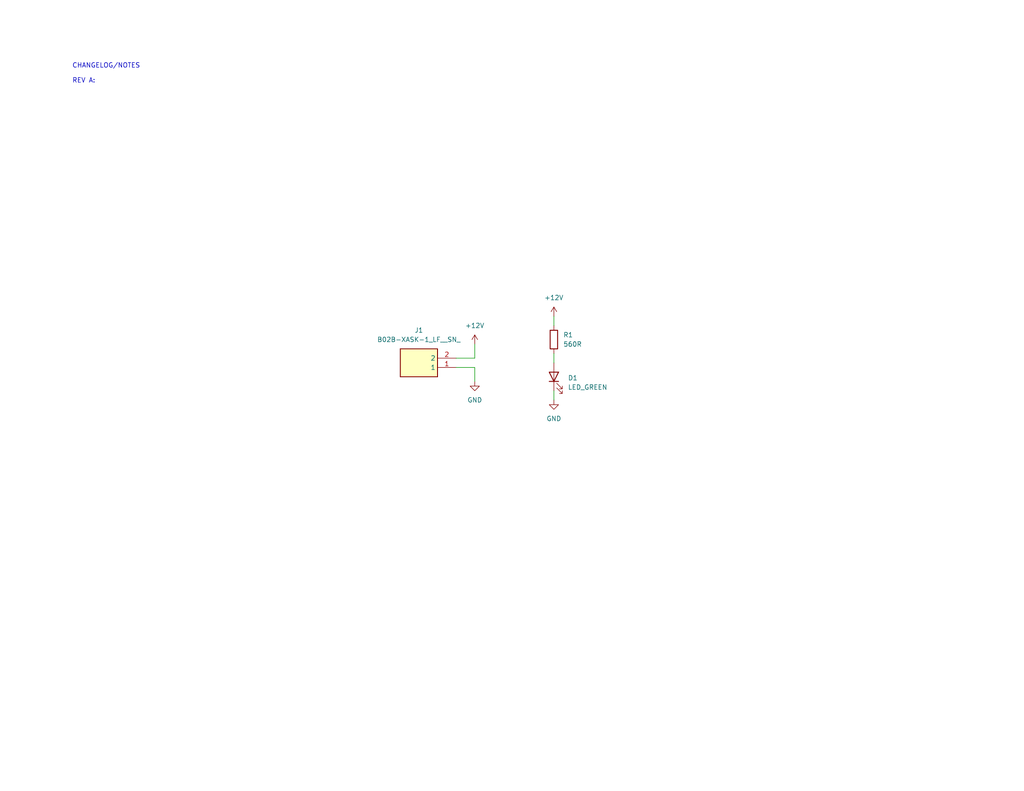
<source format=kicad_sch>
(kicad_sch (version 20230121) (generator eeschema)
  (paper "USLetter")
  (title_block (title "Main"))
  (lib_symbols
    (symbol "Device:LED" (pin_numbers hide) (pin_names (offset 1.016) hide)
      (property "Reference" "D" (at 0 2.54 0))
      (property "Value" "LED" (at 0 -2.54 0))
      (symbol "LED_0_1"
        (polyline (pts (xy -1.27 -1.27) (xy -1.27 1.27)) (stroke (width 0.254)))
        (polyline (pts (xy -1.27 0) (xy 1.27 0)))
        (polyline (pts (xy 1.27 -1.27) (xy 1.27 1.27) (xy -1.27 0) (xy 1.27 -1.27)) (stroke (width 0.254)))
        (polyline (pts (xy -3.048 -0.762) (xy -4.572 -2.286) (xy -3.81 -2.286) (xy -4.572 -2.286) (xy -4.572 -1.524)))
        (polyline (pts (xy -1.778 -0.762) (xy -3.302 -2.286) (xy -2.54 -2.286) (xy -3.302 -2.286) (xy -3.302 -1.524)))
      )
      (symbol "LED_1_1"
        (pin passive line (at -3.81 0 0) (length 2.54) (name "K") (number "1"))
        (pin passive line (at 3.81 0 180) (length 2.54) (name "A") (number "2"))
      )
    )
    (symbol "Device:R" (pin_numbers hide) (pin_names (offset 0))
      (property "Reference" "R" (at 2.032 0 90))
      (property "Value" "R" (at 0 0 90))
      (symbol "R_0_1"
        (rectangle (start -1.016 -2.54) (end 1.016 2.54) (stroke (width 0.254)))
      )
      (symbol "R_1_1"
        (pin passive line (at 0 3.81 270) (length 1.27) (name "~") (number "1"))
        (pin passive line (at 0 -3.81 90) (length 1.27) (name "~") (number "2"))
      )
    )
    (symbol "Lab_01_gjurgiel:B02B-XASK-1_LF__SN_"
      (property "Reference" "J" (at 16.51 7.62 0))
      (property "Value" "B02B-XASK-1_LF__SN_" (at 16.51 5.08 0))
      (symbol "B02B-XASK-1_LF__SN__1_1"
        (rectangle (start 5.08 2.54) (end 15.24 -5.08) (stroke (width 0.254)) (fill (type background)))
        (pin passive line (at 0 0 0) (length 5.08) (name "1") (number "1"))
        (pin passive line (at 0 -2.54 0) (length 5.08) (name "2") (number "2"))
      )
    )
    (symbol "power:+12V" (power) (pin_names (offset 0))
      (property "Value" "+12V" (at 0 3.556 0))
      (symbol "+12V_0_1"
        (polyline (pts (xy -0.762 1.27) (xy 0 2.54)))
        (polyline (pts (xy 0 0) (xy 0 2.54)))
        (polyline (pts (xy 0 2.54) (xy 0.762 1.27)))
      )
      (symbol "+12V_1_1"
        (pin power_in line (at 0 0 90) (length 0) hide (name "+12V") (number "1"))
      )
    )
    (symbol "power:GND" (power) (pin_names (offset 0))
      (property "Value" "GND" (at 0 -3.81 0))
      (symbol "GND_0_1"
        (polyline (pts (xy 0 0) (xy 0 -1.27) (xy 1.27 -1.27) (xy 0 -2.54) (xy -1.27 -1.27) (xy 0 -1.27)))
      )
      (symbol "GND_1_1"
        (pin power_in line (at 0 0 270) (length 0) hide (name "GND") (number "1"))
      )
    )
  )
  (wire (pts (xy 124.46 97.79) (xy 129.54 97.79)))
  (wire (pts (xy 151.13 96.52) (xy 151.13 99.06)))
  (wire (pts (xy 129.54 100.33) (xy 129.54 104.14)))
  (wire (pts (xy 151.13 106.68) (xy 151.13 109.22)))
  (wire (pts (xy 151.13 86.36) (xy 151.13 88.9)))
  (wire (pts (xy 129.54 93.98) (xy 129.54 97.79)))
  (wire (pts (xy 124.46 100.33) (xy 129.54 100.33)))
  (text "CHANGELOG/NOTES\n\nREV A: " (at 19.685 22.86 0) (effects (font (size 1.27 1.27)) (justify left bottom)))
  (symbol (lib_id "Device:LED") (at 151.13 102.87 90) (unit 1)
    (property "Reference" "D1" (at 154.94 103.1875 90) (effects (justify right)))
    (property "Value" "LED_GREEN" (at 154.94 105.7275 90) (effects (justify right)))
    (property "Footprint" "LED_SMD:LED_0603_1608Metric_Pad1.05x0.95mm_HandSolder" (effects hide))
    (property "Datasheet" "https://datasheet.ciiva.com/pdfs/VipMasterIC/IC/LITE/LITES10869/LITES10869-1.pdf" (effects hide))
    (property "Digikey PN" "160-1183-1-ND" (effects hide))
    (property "MPN" "LTST-C190GKT" (effects hide))
  )
  (symbol (lib_id "Lab_01_gjurgiel:B02B-XASK-1_LF__SN_") (at 124.46 100.33 180) (unit 1)
    (property "Reference" "J1" (at 114.3 90.17 0))
    (property "Value" "B02B-XASK-1_LF__SN_" (at 114.3 92.71 0))
    (property "Footprint" "Lab_01_gjurgiel:B02B-XASK-1(LF)(SN)" (effects hide))
    (property "Datasheet" "http://www.jst-mfg.com/product/pdf/eng/eXA1.pdf" (effects hide))
    (property "Height" "8.8" (effects hide))
    (property "Manufacturer_Name" "JST (JAPAN SOLDERLESS TERMINALS)" (effects hide))
    (property "Manufacturer_Part_Number" "B02B-XASK-1(LF)(SN)" (effects hide))
    (property "Arrow Part Number" "B02B-XASK-1(LF)(SN)" (effects hide))
    (property "Arrow Price/Stock" "https://www.arrow.com/en/products/b02b-xask-1-lf-sn/jst-manufacturing?region=europe" (effects hide))
  )
  (symbol (lib_id "power:GND") (at 129.54 104.14 0) (unit 1)
    (property "Reference" "#PWR02" (effects hide))
    (property "Value" "GND" (at 129.54 109.22 0))
  )
  (symbol (lib_id "power:+12V") (at 129.54 93.98 0) (unit 1)
    (property "Reference" "#PWR01" (effects hide))
    (property "Value" "+12V" (at 129.54 88.9 0))
  )
  (symbol (lib_id "power:+12V") (at 151.13 86.36 0) (unit 1)
    (property "Reference" "#PWR03" (effects hide))
    (property "Value" "+12V" (at 151.13 81.28 0))
  )
  (symbol (lib_id "Device:R") (at 151.13 92.71 180) (unit 1)
    (property "Reference" "R1" (at 153.67 91.44 0) (effects (justify right)))
    (property "Value" "560R" (at 153.67 93.98 0) (effects (justify right)))
    (property "Footprint" "Resistor_SMD:R_1206_3216Metric_Pad1.30x1.75mm_HandSolder" (effects hide))
    (property "Datasheet" "https://www.seielect.com/catalog/sei-rmcf_rmcp.pdf" (effects hide))
    (property "Digikey PN" "RMCF1206JT560RCT-ND" (effects hide))
    (property "MPN" "RMCF1206JT560R" (effects hide))
  )
  (symbol (lib_id "power:GND") (at 151.13 109.22 0) (unit 1)
    (property "Reference" "#PWR04" (effects hide))
    (property "Value" "GND" (at 151.13 114.3 0))
  )
)
</source>
